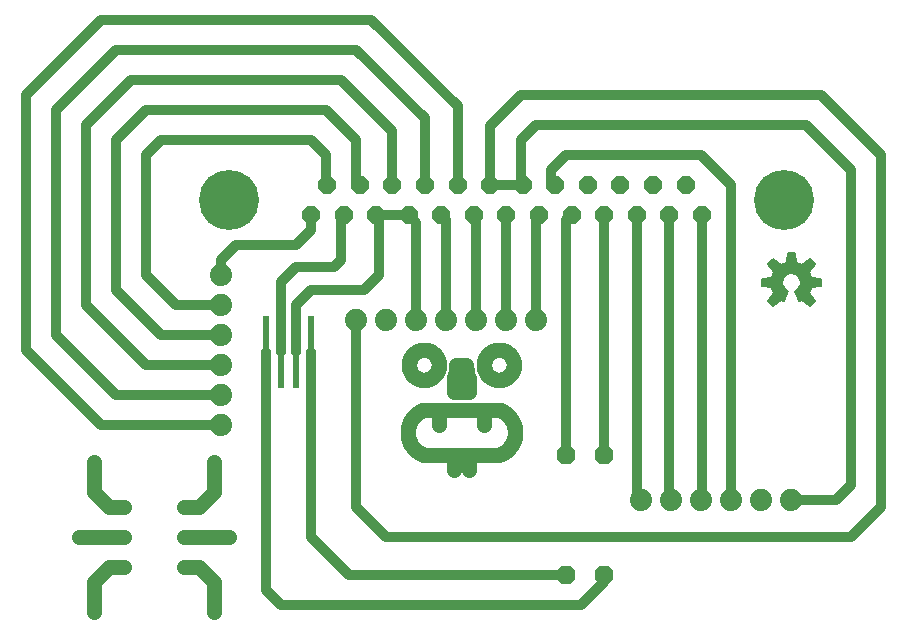
<source format=gbl>
G75*
%MOIN*%
%OFA0B0*%
%FSLAX25Y25*%
%IPPOS*%
%LPD*%
%AMOC8*
5,1,8,0,0,1.08239X$1,22.5*
%
%ADD10C,0.05000*%
%ADD11C,0.07400*%
%ADD12R,0.02000X0.24000*%
%ADD13OC8,0.06000*%
%ADD14C,0.20000*%
%ADD15OC8,0.06300*%
%ADD16C,0.00591*%
%ADD17C,0.03200*%
D10*
X0028500Y0008500D02*
X0028500Y0018500D01*
X0033500Y0023500D01*
X0038500Y0023500D01*
X0038500Y0033500D02*
X0023500Y0033500D01*
X0033500Y0043500D02*
X0028500Y0048500D01*
X0028500Y0058500D01*
X0033500Y0043500D02*
X0038500Y0043500D01*
X0058500Y0043500D02*
X0063500Y0043500D01*
X0068500Y0048500D01*
X0068500Y0058500D01*
X0073500Y0033500D02*
X0058500Y0033500D01*
X0058500Y0023500D02*
X0063500Y0023500D01*
X0068500Y0018500D01*
X0068500Y0008500D01*
X0138500Y0061000D02*
X0148500Y0061000D01*
X0153500Y0061000D01*
X0153500Y0056000D01*
X0148500Y0056000D02*
X0148500Y0061000D01*
X0153500Y0061000D02*
X0163500Y0061000D01*
X0163683Y0061063D01*
X0163864Y0061131D01*
X0164044Y0061203D01*
X0164222Y0061280D01*
X0164398Y0061361D01*
X0164571Y0061447D01*
X0164743Y0061536D01*
X0164912Y0061630D01*
X0165079Y0061728D01*
X0165244Y0061830D01*
X0165406Y0061936D01*
X0165566Y0062046D01*
X0165722Y0062159D01*
X0165876Y0062277D01*
X0166027Y0062398D01*
X0166175Y0062523D01*
X0166320Y0062652D01*
X0166461Y0062784D01*
X0166600Y0062919D01*
X0166735Y0063058D01*
X0166866Y0063200D01*
X0166994Y0063345D01*
X0167119Y0063493D01*
X0167240Y0063645D01*
X0167357Y0063799D01*
X0167470Y0063956D01*
X0167579Y0064116D01*
X0167685Y0064278D01*
X0167786Y0064443D01*
X0167883Y0064611D01*
X0167976Y0064780D01*
X0168065Y0064952D01*
X0168150Y0065127D01*
X0168231Y0065303D01*
X0168307Y0065481D01*
X0168378Y0065660D01*
X0168446Y0065842D01*
X0168509Y0066025D01*
X0168567Y0066210D01*
X0168621Y0066396D01*
X0168670Y0066583D01*
X0168715Y0066771D01*
X0168755Y0066961D01*
X0168790Y0067151D01*
X0168821Y0067342D01*
X0168847Y0067534D01*
X0168868Y0067727D01*
X0168885Y0067920D01*
X0168897Y0068113D01*
X0168904Y0068306D01*
X0168906Y0068500D01*
X0168904Y0068694D01*
X0168897Y0068887D01*
X0168885Y0069080D01*
X0168868Y0069273D01*
X0168847Y0069466D01*
X0168821Y0069658D01*
X0168790Y0069849D01*
X0168755Y0070039D01*
X0168715Y0070229D01*
X0168670Y0070417D01*
X0168621Y0070604D01*
X0168567Y0070790D01*
X0168509Y0070975D01*
X0168446Y0071158D01*
X0168378Y0071340D01*
X0168307Y0071519D01*
X0168231Y0071697D01*
X0168150Y0071873D01*
X0168065Y0072048D01*
X0167976Y0072220D01*
X0167883Y0072389D01*
X0167786Y0072557D01*
X0167685Y0072722D01*
X0167579Y0072884D01*
X0167470Y0073044D01*
X0167357Y0073201D01*
X0167240Y0073355D01*
X0167119Y0073507D01*
X0166994Y0073655D01*
X0166866Y0073800D01*
X0166735Y0073942D01*
X0166600Y0074081D01*
X0166461Y0074216D01*
X0166320Y0074348D01*
X0166175Y0074477D01*
X0166027Y0074602D01*
X0165876Y0074723D01*
X0165722Y0074841D01*
X0165566Y0074954D01*
X0165406Y0075064D01*
X0165244Y0075170D01*
X0165079Y0075272D01*
X0164912Y0075370D01*
X0164743Y0075464D01*
X0164571Y0075553D01*
X0164398Y0075639D01*
X0164222Y0075720D01*
X0164044Y0075797D01*
X0163864Y0075869D01*
X0163683Y0075937D01*
X0163500Y0076000D01*
X0138500Y0076000D01*
X0143500Y0076000D02*
X0143500Y0071000D01*
X0138500Y0076000D02*
X0138317Y0075937D01*
X0138136Y0075869D01*
X0137956Y0075797D01*
X0137778Y0075720D01*
X0137602Y0075639D01*
X0137429Y0075553D01*
X0137257Y0075464D01*
X0137088Y0075370D01*
X0136921Y0075272D01*
X0136756Y0075170D01*
X0136594Y0075064D01*
X0136434Y0074954D01*
X0136278Y0074841D01*
X0136124Y0074723D01*
X0135973Y0074602D01*
X0135825Y0074477D01*
X0135680Y0074348D01*
X0135539Y0074216D01*
X0135400Y0074081D01*
X0135265Y0073942D01*
X0135134Y0073800D01*
X0135006Y0073655D01*
X0134881Y0073507D01*
X0134760Y0073355D01*
X0134643Y0073201D01*
X0134530Y0073044D01*
X0134421Y0072884D01*
X0134315Y0072722D01*
X0134214Y0072557D01*
X0134117Y0072389D01*
X0134024Y0072220D01*
X0133935Y0072048D01*
X0133850Y0071873D01*
X0133769Y0071697D01*
X0133693Y0071519D01*
X0133622Y0071340D01*
X0133554Y0071158D01*
X0133491Y0070975D01*
X0133433Y0070790D01*
X0133379Y0070604D01*
X0133330Y0070417D01*
X0133285Y0070229D01*
X0133245Y0070039D01*
X0133210Y0069849D01*
X0133179Y0069658D01*
X0133153Y0069466D01*
X0133132Y0069273D01*
X0133115Y0069080D01*
X0133103Y0068887D01*
X0133096Y0068694D01*
X0133094Y0068500D01*
X0133096Y0068306D01*
X0133103Y0068113D01*
X0133115Y0067920D01*
X0133132Y0067727D01*
X0133153Y0067534D01*
X0133179Y0067342D01*
X0133210Y0067151D01*
X0133245Y0066961D01*
X0133285Y0066771D01*
X0133330Y0066583D01*
X0133379Y0066396D01*
X0133433Y0066210D01*
X0133491Y0066025D01*
X0133554Y0065842D01*
X0133622Y0065660D01*
X0133693Y0065481D01*
X0133769Y0065303D01*
X0133850Y0065127D01*
X0133935Y0064952D01*
X0134024Y0064780D01*
X0134117Y0064611D01*
X0134214Y0064443D01*
X0134315Y0064278D01*
X0134421Y0064116D01*
X0134530Y0063956D01*
X0134643Y0063799D01*
X0134760Y0063645D01*
X0134881Y0063493D01*
X0135006Y0063345D01*
X0135134Y0063200D01*
X0135265Y0063058D01*
X0135400Y0062919D01*
X0135539Y0062784D01*
X0135680Y0062652D01*
X0135825Y0062523D01*
X0135973Y0062398D01*
X0136124Y0062277D01*
X0136278Y0062159D01*
X0136434Y0062046D01*
X0136594Y0061936D01*
X0136756Y0061830D01*
X0136921Y0061728D01*
X0137088Y0061630D01*
X0137257Y0061536D01*
X0137429Y0061447D01*
X0137602Y0061361D01*
X0137778Y0061280D01*
X0137956Y0061203D01*
X0138136Y0061131D01*
X0138317Y0061063D01*
X0138500Y0061000D01*
X0158500Y0071000D02*
X0158500Y0076000D01*
X0153500Y0082000D02*
X0148500Y0082000D01*
X0148500Y0086881D01*
X0149313Y0088979D01*
X0149313Y0091000D01*
X0152500Y0091000D01*
X0153243Y0087026D01*
X0153500Y0086611D01*
X0153500Y0082000D01*
X0153500Y0085975D02*
X0148500Y0085975D01*
X0149313Y0090973D02*
X0152505Y0090973D01*
X0158500Y0091000D02*
X0158502Y0091141D01*
X0158508Y0091282D01*
X0158518Y0091422D01*
X0158532Y0091562D01*
X0158550Y0091702D01*
X0158571Y0091841D01*
X0158597Y0091980D01*
X0158626Y0092118D01*
X0158660Y0092254D01*
X0158697Y0092390D01*
X0158738Y0092525D01*
X0158783Y0092659D01*
X0158832Y0092791D01*
X0158884Y0092922D01*
X0158940Y0093051D01*
X0159000Y0093178D01*
X0159063Y0093304D01*
X0159129Y0093428D01*
X0159200Y0093551D01*
X0159273Y0093671D01*
X0159350Y0093789D01*
X0159430Y0093905D01*
X0159514Y0094018D01*
X0159600Y0094129D01*
X0159690Y0094238D01*
X0159783Y0094344D01*
X0159878Y0094447D01*
X0159977Y0094548D01*
X0160078Y0094646D01*
X0160182Y0094741D01*
X0160289Y0094833D01*
X0160398Y0094922D01*
X0160510Y0095007D01*
X0160624Y0095090D01*
X0160740Y0095170D01*
X0160859Y0095246D01*
X0160980Y0095318D01*
X0161102Y0095388D01*
X0161227Y0095453D01*
X0161353Y0095516D01*
X0161481Y0095574D01*
X0161611Y0095629D01*
X0161742Y0095681D01*
X0161875Y0095728D01*
X0162009Y0095772D01*
X0162144Y0095813D01*
X0162280Y0095849D01*
X0162417Y0095881D01*
X0162555Y0095910D01*
X0162693Y0095935D01*
X0162833Y0095955D01*
X0162973Y0095972D01*
X0163113Y0095985D01*
X0163254Y0095994D01*
X0163394Y0095999D01*
X0163535Y0096000D01*
X0163676Y0095997D01*
X0163817Y0095990D01*
X0163957Y0095979D01*
X0164097Y0095964D01*
X0164237Y0095945D01*
X0164376Y0095923D01*
X0164514Y0095896D01*
X0164652Y0095866D01*
X0164788Y0095831D01*
X0164924Y0095793D01*
X0165058Y0095751D01*
X0165192Y0095705D01*
X0165324Y0095656D01*
X0165454Y0095602D01*
X0165583Y0095545D01*
X0165710Y0095485D01*
X0165836Y0095421D01*
X0165959Y0095353D01*
X0166081Y0095282D01*
X0166201Y0095208D01*
X0166318Y0095130D01*
X0166433Y0095049D01*
X0166546Y0094965D01*
X0166657Y0094878D01*
X0166765Y0094787D01*
X0166870Y0094694D01*
X0166973Y0094597D01*
X0167073Y0094498D01*
X0167170Y0094396D01*
X0167264Y0094291D01*
X0167355Y0094184D01*
X0167443Y0094074D01*
X0167528Y0093962D01*
X0167610Y0093847D01*
X0167689Y0093730D01*
X0167764Y0093611D01*
X0167836Y0093490D01*
X0167904Y0093367D01*
X0167969Y0093242D01*
X0168031Y0093115D01*
X0168088Y0092986D01*
X0168143Y0092856D01*
X0168193Y0092725D01*
X0168240Y0092592D01*
X0168283Y0092458D01*
X0168322Y0092322D01*
X0168357Y0092186D01*
X0168389Y0092049D01*
X0168416Y0091911D01*
X0168440Y0091772D01*
X0168460Y0091632D01*
X0168476Y0091492D01*
X0168488Y0091352D01*
X0168496Y0091211D01*
X0168500Y0091070D01*
X0168500Y0090930D01*
X0168496Y0090789D01*
X0168488Y0090648D01*
X0168476Y0090508D01*
X0168460Y0090368D01*
X0168440Y0090228D01*
X0168416Y0090089D01*
X0168389Y0089951D01*
X0168357Y0089814D01*
X0168322Y0089678D01*
X0168283Y0089542D01*
X0168240Y0089408D01*
X0168193Y0089275D01*
X0168143Y0089144D01*
X0168088Y0089014D01*
X0168031Y0088885D01*
X0167969Y0088758D01*
X0167904Y0088633D01*
X0167836Y0088510D01*
X0167764Y0088389D01*
X0167689Y0088270D01*
X0167610Y0088153D01*
X0167528Y0088038D01*
X0167443Y0087926D01*
X0167355Y0087816D01*
X0167264Y0087709D01*
X0167170Y0087604D01*
X0167073Y0087502D01*
X0166973Y0087403D01*
X0166870Y0087306D01*
X0166765Y0087213D01*
X0166657Y0087122D01*
X0166546Y0087035D01*
X0166433Y0086951D01*
X0166318Y0086870D01*
X0166201Y0086792D01*
X0166081Y0086718D01*
X0165959Y0086647D01*
X0165836Y0086579D01*
X0165710Y0086515D01*
X0165583Y0086455D01*
X0165454Y0086398D01*
X0165324Y0086344D01*
X0165192Y0086295D01*
X0165058Y0086249D01*
X0164924Y0086207D01*
X0164788Y0086169D01*
X0164652Y0086134D01*
X0164514Y0086104D01*
X0164376Y0086077D01*
X0164237Y0086055D01*
X0164097Y0086036D01*
X0163957Y0086021D01*
X0163817Y0086010D01*
X0163676Y0086003D01*
X0163535Y0086000D01*
X0163394Y0086001D01*
X0163254Y0086006D01*
X0163113Y0086015D01*
X0162973Y0086028D01*
X0162833Y0086045D01*
X0162693Y0086065D01*
X0162555Y0086090D01*
X0162417Y0086119D01*
X0162280Y0086151D01*
X0162144Y0086187D01*
X0162009Y0086228D01*
X0161875Y0086272D01*
X0161742Y0086319D01*
X0161611Y0086371D01*
X0161481Y0086426D01*
X0161353Y0086484D01*
X0161227Y0086547D01*
X0161102Y0086612D01*
X0160980Y0086682D01*
X0160859Y0086754D01*
X0160740Y0086830D01*
X0160624Y0086910D01*
X0160510Y0086993D01*
X0160398Y0087078D01*
X0160289Y0087167D01*
X0160182Y0087259D01*
X0160078Y0087354D01*
X0159977Y0087452D01*
X0159878Y0087553D01*
X0159783Y0087656D01*
X0159690Y0087762D01*
X0159600Y0087871D01*
X0159514Y0087982D01*
X0159430Y0088095D01*
X0159350Y0088211D01*
X0159273Y0088329D01*
X0159200Y0088449D01*
X0159129Y0088572D01*
X0159063Y0088696D01*
X0159000Y0088822D01*
X0158940Y0088949D01*
X0158884Y0089078D01*
X0158832Y0089209D01*
X0158783Y0089341D01*
X0158738Y0089475D01*
X0158697Y0089610D01*
X0158660Y0089746D01*
X0158626Y0089882D01*
X0158597Y0090020D01*
X0158571Y0090159D01*
X0158550Y0090298D01*
X0158532Y0090438D01*
X0158518Y0090578D01*
X0158508Y0090718D01*
X0158502Y0090859D01*
X0158500Y0091000D01*
X0133500Y0091000D02*
X0133502Y0091141D01*
X0133508Y0091282D01*
X0133518Y0091422D01*
X0133532Y0091562D01*
X0133550Y0091702D01*
X0133571Y0091841D01*
X0133597Y0091980D01*
X0133626Y0092118D01*
X0133660Y0092254D01*
X0133697Y0092390D01*
X0133738Y0092525D01*
X0133783Y0092659D01*
X0133832Y0092791D01*
X0133884Y0092922D01*
X0133940Y0093051D01*
X0134000Y0093178D01*
X0134063Y0093304D01*
X0134129Y0093428D01*
X0134200Y0093551D01*
X0134273Y0093671D01*
X0134350Y0093789D01*
X0134430Y0093905D01*
X0134514Y0094018D01*
X0134600Y0094129D01*
X0134690Y0094238D01*
X0134783Y0094344D01*
X0134878Y0094447D01*
X0134977Y0094548D01*
X0135078Y0094646D01*
X0135182Y0094741D01*
X0135289Y0094833D01*
X0135398Y0094922D01*
X0135510Y0095007D01*
X0135624Y0095090D01*
X0135740Y0095170D01*
X0135859Y0095246D01*
X0135980Y0095318D01*
X0136102Y0095388D01*
X0136227Y0095453D01*
X0136353Y0095516D01*
X0136481Y0095574D01*
X0136611Y0095629D01*
X0136742Y0095681D01*
X0136875Y0095728D01*
X0137009Y0095772D01*
X0137144Y0095813D01*
X0137280Y0095849D01*
X0137417Y0095881D01*
X0137555Y0095910D01*
X0137693Y0095935D01*
X0137833Y0095955D01*
X0137973Y0095972D01*
X0138113Y0095985D01*
X0138254Y0095994D01*
X0138394Y0095999D01*
X0138535Y0096000D01*
X0138676Y0095997D01*
X0138817Y0095990D01*
X0138957Y0095979D01*
X0139097Y0095964D01*
X0139237Y0095945D01*
X0139376Y0095923D01*
X0139514Y0095896D01*
X0139652Y0095866D01*
X0139788Y0095831D01*
X0139924Y0095793D01*
X0140058Y0095751D01*
X0140192Y0095705D01*
X0140324Y0095656D01*
X0140454Y0095602D01*
X0140583Y0095545D01*
X0140710Y0095485D01*
X0140836Y0095421D01*
X0140959Y0095353D01*
X0141081Y0095282D01*
X0141201Y0095208D01*
X0141318Y0095130D01*
X0141433Y0095049D01*
X0141546Y0094965D01*
X0141657Y0094878D01*
X0141765Y0094787D01*
X0141870Y0094694D01*
X0141973Y0094597D01*
X0142073Y0094498D01*
X0142170Y0094396D01*
X0142264Y0094291D01*
X0142355Y0094184D01*
X0142443Y0094074D01*
X0142528Y0093962D01*
X0142610Y0093847D01*
X0142689Y0093730D01*
X0142764Y0093611D01*
X0142836Y0093490D01*
X0142904Y0093367D01*
X0142969Y0093242D01*
X0143031Y0093115D01*
X0143088Y0092986D01*
X0143143Y0092856D01*
X0143193Y0092725D01*
X0143240Y0092592D01*
X0143283Y0092458D01*
X0143322Y0092322D01*
X0143357Y0092186D01*
X0143389Y0092049D01*
X0143416Y0091911D01*
X0143440Y0091772D01*
X0143460Y0091632D01*
X0143476Y0091492D01*
X0143488Y0091352D01*
X0143496Y0091211D01*
X0143500Y0091070D01*
X0143500Y0090930D01*
X0143496Y0090789D01*
X0143488Y0090648D01*
X0143476Y0090508D01*
X0143460Y0090368D01*
X0143440Y0090228D01*
X0143416Y0090089D01*
X0143389Y0089951D01*
X0143357Y0089814D01*
X0143322Y0089678D01*
X0143283Y0089542D01*
X0143240Y0089408D01*
X0143193Y0089275D01*
X0143143Y0089144D01*
X0143088Y0089014D01*
X0143031Y0088885D01*
X0142969Y0088758D01*
X0142904Y0088633D01*
X0142836Y0088510D01*
X0142764Y0088389D01*
X0142689Y0088270D01*
X0142610Y0088153D01*
X0142528Y0088038D01*
X0142443Y0087926D01*
X0142355Y0087816D01*
X0142264Y0087709D01*
X0142170Y0087604D01*
X0142073Y0087502D01*
X0141973Y0087403D01*
X0141870Y0087306D01*
X0141765Y0087213D01*
X0141657Y0087122D01*
X0141546Y0087035D01*
X0141433Y0086951D01*
X0141318Y0086870D01*
X0141201Y0086792D01*
X0141081Y0086718D01*
X0140959Y0086647D01*
X0140836Y0086579D01*
X0140710Y0086515D01*
X0140583Y0086455D01*
X0140454Y0086398D01*
X0140324Y0086344D01*
X0140192Y0086295D01*
X0140058Y0086249D01*
X0139924Y0086207D01*
X0139788Y0086169D01*
X0139652Y0086134D01*
X0139514Y0086104D01*
X0139376Y0086077D01*
X0139237Y0086055D01*
X0139097Y0086036D01*
X0138957Y0086021D01*
X0138817Y0086010D01*
X0138676Y0086003D01*
X0138535Y0086000D01*
X0138394Y0086001D01*
X0138254Y0086006D01*
X0138113Y0086015D01*
X0137973Y0086028D01*
X0137833Y0086045D01*
X0137693Y0086065D01*
X0137555Y0086090D01*
X0137417Y0086119D01*
X0137280Y0086151D01*
X0137144Y0086187D01*
X0137009Y0086228D01*
X0136875Y0086272D01*
X0136742Y0086319D01*
X0136611Y0086371D01*
X0136481Y0086426D01*
X0136353Y0086484D01*
X0136227Y0086547D01*
X0136102Y0086612D01*
X0135980Y0086682D01*
X0135859Y0086754D01*
X0135740Y0086830D01*
X0135624Y0086910D01*
X0135510Y0086993D01*
X0135398Y0087078D01*
X0135289Y0087167D01*
X0135182Y0087259D01*
X0135078Y0087354D01*
X0134977Y0087452D01*
X0134878Y0087553D01*
X0134783Y0087656D01*
X0134690Y0087762D01*
X0134600Y0087871D01*
X0134514Y0087982D01*
X0134430Y0088095D01*
X0134350Y0088211D01*
X0134273Y0088329D01*
X0134200Y0088449D01*
X0134129Y0088572D01*
X0134063Y0088696D01*
X0134000Y0088822D01*
X0133940Y0088949D01*
X0133884Y0089078D01*
X0133832Y0089209D01*
X0133783Y0089341D01*
X0133738Y0089475D01*
X0133697Y0089610D01*
X0133660Y0089746D01*
X0133626Y0089882D01*
X0133597Y0090020D01*
X0133571Y0090159D01*
X0133550Y0090298D01*
X0133532Y0090438D01*
X0133518Y0090578D01*
X0133508Y0090718D01*
X0133502Y0090859D01*
X0133500Y0091000D01*
D11*
X0136000Y0106000D03*
X0146000Y0106000D03*
X0156000Y0106000D03*
X0166000Y0106000D03*
X0176000Y0106000D03*
X0126000Y0106000D03*
X0116000Y0106000D03*
X0071000Y0101000D03*
X0071000Y0111000D03*
X0071000Y0121000D03*
X0071000Y0091000D03*
X0071000Y0081000D03*
X0071000Y0071000D03*
X0211000Y0046000D03*
X0221000Y0046000D03*
X0231000Y0046000D03*
X0241000Y0046000D03*
X0251000Y0046000D03*
X0261000Y0046000D03*
D12*
X0101000Y0095154D03*
X0096000Y0095154D03*
X0091000Y0095154D03*
X0086000Y0095154D03*
D13*
X0100800Y0141000D03*
X0111700Y0141000D03*
X0122500Y0141000D03*
X0133400Y0141000D03*
X0144300Y0141000D03*
X0155100Y0141000D03*
X0166000Y0141000D03*
X0176900Y0141000D03*
X0187700Y0141000D03*
X0198600Y0141000D03*
X0209500Y0141000D03*
X0220300Y0141000D03*
X0231200Y0141000D03*
X0225800Y0151000D03*
X0214900Y0151000D03*
X0204000Y0151000D03*
X0193200Y0151000D03*
X0182300Y0151000D03*
X0171400Y0151000D03*
X0160600Y0151000D03*
X0149700Y0151000D03*
X0138800Y0151000D03*
X0128000Y0151000D03*
X0117100Y0151000D03*
X0106200Y0151000D03*
D14*
X0073400Y0146000D03*
X0258600Y0146000D03*
D15*
X0198500Y0061000D03*
X0186000Y0061000D03*
X0186000Y0021000D03*
X0198500Y0021000D03*
D16*
X0254940Y0110744D02*
X0257414Y0112761D01*
X0258410Y0112248D01*
X0259823Y0115658D01*
X0259291Y0115942D01*
X0258825Y0116325D01*
X0258442Y0116791D01*
X0258158Y0117323D01*
X0257983Y0117900D01*
X0257924Y0118500D01*
X0257989Y0119128D01*
X0258181Y0119730D01*
X0258491Y0120280D01*
X0258908Y0120755D01*
X0259412Y0121135D01*
X0259984Y0121403D01*
X0260598Y0121550D01*
X0261230Y0121567D01*
X0261851Y0121456D01*
X0262437Y0121220D01*
X0262962Y0120869D01*
X0263405Y0120418D01*
X0263746Y0119886D01*
X0263971Y0119296D01*
X0264071Y0118673D01*
X0264042Y0118042D01*
X0263884Y0117430D01*
X0263604Y0116864D01*
X0263215Y0116366D01*
X0262733Y0115959D01*
X0262177Y0115658D01*
X0263590Y0112248D01*
X0264586Y0112761D01*
X0267060Y0110744D01*
X0268756Y0112440D01*
X0266739Y0114914D01*
X0267252Y0115911D01*
X0267593Y0116978D01*
X0270769Y0117300D01*
X0270769Y0119700D01*
X0267593Y0120022D01*
X0267252Y0121089D01*
X0266739Y0122086D01*
X0268756Y0124560D01*
X0267060Y0126256D01*
X0264586Y0124239D01*
X0263589Y0124752D01*
X0262522Y0125093D01*
X0262200Y0128269D01*
X0259800Y0128269D01*
X0259478Y0125093D01*
X0258411Y0124752D01*
X0257414Y0124239D01*
X0254940Y0126256D01*
X0253244Y0124560D01*
X0255261Y0122086D01*
X0254748Y0121089D01*
X0254407Y0120022D01*
X0251231Y0119700D01*
X0251231Y0117300D01*
X0254407Y0116978D01*
X0254748Y0115911D01*
X0255261Y0114914D01*
X0253244Y0112440D01*
X0254940Y0110744D01*
X0254530Y0111155D02*
X0255444Y0111155D01*
X0256166Y0111744D02*
X0253941Y0111744D01*
X0253351Y0112333D02*
X0256889Y0112333D01*
X0258246Y0112333D02*
X0258445Y0112333D01*
X0258689Y0112922D02*
X0253637Y0112922D01*
X0254117Y0113511D02*
X0258933Y0113511D01*
X0259177Y0114100D02*
X0254598Y0114100D01*
X0255078Y0114689D02*
X0259421Y0114689D01*
X0259665Y0115278D02*
X0255074Y0115278D01*
X0254771Y0115867D02*
X0259432Y0115867D01*
X0258717Y0116456D02*
X0254574Y0116456D01*
X0253743Y0117045D02*
X0258306Y0117045D01*
X0258064Y0117634D02*
X0251231Y0117634D01*
X0251231Y0118223D02*
X0257951Y0118223D01*
X0257956Y0118812D02*
X0251231Y0118812D01*
X0251231Y0119402D02*
X0258076Y0119402D01*
X0258328Y0119991D02*
X0254097Y0119991D01*
X0254585Y0120580D02*
X0258754Y0120580D01*
X0259485Y0121169D02*
X0254789Y0121169D01*
X0255093Y0121758D02*
X0266908Y0121758D01*
X0266951Y0122347D02*
X0255049Y0122347D01*
X0254568Y0122936D02*
X0267432Y0122936D01*
X0267912Y0123525D02*
X0254088Y0123525D01*
X0253608Y0124114D02*
X0268392Y0124114D01*
X0268613Y0124703D02*
X0265156Y0124703D01*
X0265878Y0125292D02*
X0268024Y0125292D01*
X0267434Y0125881D02*
X0266600Y0125881D01*
X0263684Y0124703D02*
X0258316Y0124703D01*
X0259498Y0125292D02*
X0262502Y0125292D01*
X0262442Y0125881D02*
X0259558Y0125881D01*
X0259618Y0126470D02*
X0262382Y0126470D01*
X0262322Y0127059D02*
X0259678Y0127059D01*
X0259737Y0127648D02*
X0262263Y0127648D01*
X0262203Y0128237D02*
X0259797Y0128237D01*
X0256844Y0124703D02*
X0253387Y0124703D01*
X0253976Y0125292D02*
X0256122Y0125292D01*
X0255400Y0125881D02*
X0254566Y0125881D01*
X0262513Y0121169D02*
X0267211Y0121169D01*
X0267415Y0120580D02*
X0263246Y0120580D01*
X0263679Y0119991D02*
X0267903Y0119991D01*
X0270769Y0119402D02*
X0263931Y0119402D01*
X0264049Y0118812D02*
X0270769Y0118812D01*
X0270769Y0118223D02*
X0264050Y0118223D01*
X0263936Y0117634D02*
X0270769Y0117634D01*
X0268257Y0117045D02*
X0263694Y0117045D01*
X0263286Y0116456D02*
X0267426Y0116456D01*
X0267229Y0115867D02*
X0262564Y0115867D01*
X0262335Y0115278D02*
X0266926Y0115278D01*
X0266922Y0114689D02*
X0262579Y0114689D01*
X0262823Y0114100D02*
X0267402Y0114100D01*
X0267883Y0113511D02*
X0263067Y0113511D01*
X0263311Y0112922D02*
X0268363Y0112922D01*
X0268649Y0112333D02*
X0265111Y0112333D01*
X0265834Y0111744D02*
X0268059Y0111744D01*
X0267470Y0111155D02*
X0266556Y0111155D01*
X0263754Y0112333D02*
X0263555Y0112333D01*
D17*
X0231200Y0141000D02*
X0231200Y0046200D01*
X0231000Y0046000D01*
X0221000Y0046000D02*
X0220300Y0046700D01*
X0220300Y0141000D01*
X0209500Y0141000D02*
X0209500Y0047500D01*
X0211000Y0046000D01*
X0198500Y0061000D02*
X0198600Y0073600D01*
X0198600Y0141000D01*
X0187700Y0141000D02*
X0186000Y0139300D01*
X0186000Y0061000D01*
X0186000Y0021000D02*
X0113500Y0021000D01*
X0101000Y0033500D01*
X0101000Y0095154D01*
X0096000Y0095154D02*
X0096000Y0111000D01*
X0101000Y0116000D01*
X0118500Y0116000D01*
X0123500Y0121000D01*
X0123500Y0140000D01*
X0122500Y0141000D01*
X0133400Y0141000D01*
X0136000Y0138400D01*
X0136000Y0106000D01*
X0146000Y0106000D02*
X0146000Y0139300D01*
X0144300Y0141000D01*
X0155100Y0141000D02*
X0156000Y0140100D01*
X0156000Y0106000D01*
X0166000Y0106000D02*
X0166000Y0141000D01*
X0176000Y0140100D02*
X0176900Y0141000D01*
X0176000Y0140100D02*
X0176000Y0106000D01*
X0116000Y0106000D02*
X0116000Y0043500D01*
X0126000Y0033500D01*
X0281000Y0033500D01*
X0291000Y0043500D01*
X0291000Y0051000D01*
X0291000Y0053500D01*
X0291000Y0161000D01*
X0271000Y0181000D01*
X0171000Y0181000D01*
X0160600Y0170600D01*
X0160600Y0151000D01*
X0171400Y0151000D01*
X0171000Y0151400D01*
X0171000Y0166000D01*
X0176000Y0171000D01*
X0266000Y0171000D01*
X0281000Y0156000D01*
X0281000Y0051000D01*
X0276000Y0046000D01*
X0261000Y0046000D01*
X0241000Y0046000D02*
X0241000Y0151000D01*
X0231000Y0161000D01*
X0186000Y0161000D01*
X0181000Y0156000D01*
X0181000Y0152300D01*
X0182300Y0151000D01*
X0149700Y0151000D02*
X0149700Y0177300D01*
X0121000Y0206000D01*
X0031000Y0206000D01*
X0006000Y0181000D01*
X0006000Y0096000D01*
X0031000Y0071000D01*
X0071000Y0071000D01*
X0071000Y0081000D02*
X0036000Y0081000D01*
X0016000Y0101000D01*
X0016000Y0176000D01*
X0036000Y0196000D01*
X0116000Y0196000D01*
X0138800Y0173200D01*
X0138800Y0151000D01*
X0128000Y0151000D02*
X0128000Y0169000D01*
X0111000Y0186000D01*
X0041000Y0186000D01*
X0026000Y0171000D01*
X0026000Y0111000D01*
X0046000Y0091000D01*
X0071000Y0091000D01*
X0071000Y0101000D02*
X0051000Y0101000D01*
X0036000Y0116000D01*
X0036000Y0166000D01*
X0046000Y0176000D01*
X0106000Y0176000D01*
X0116000Y0166000D01*
X0116000Y0152100D01*
X0117100Y0151000D01*
X0106200Y0151000D02*
X0106000Y0151200D01*
X0106000Y0161000D01*
X0101000Y0166000D01*
X0051000Y0166000D01*
X0046000Y0161000D01*
X0046000Y0121000D01*
X0056000Y0111000D01*
X0071000Y0111000D01*
X0071000Y0121000D02*
X0071000Y0126000D01*
X0076000Y0131000D01*
X0096000Y0131000D01*
X0101000Y0136000D01*
X0101000Y0140800D01*
X0100800Y0141000D01*
X0111000Y0140300D02*
X0111700Y0141000D01*
X0111000Y0140300D02*
X0111000Y0126000D01*
X0108500Y0123500D01*
X0096000Y0123500D01*
X0091000Y0118500D01*
X0091000Y0095154D01*
X0086000Y0095154D02*
X0086000Y0016000D01*
X0091000Y0011000D01*
X0191000Y0011000D01*
X0198500Y0018500D01*
X0198500Y0021000D01*
M02*

</source>
